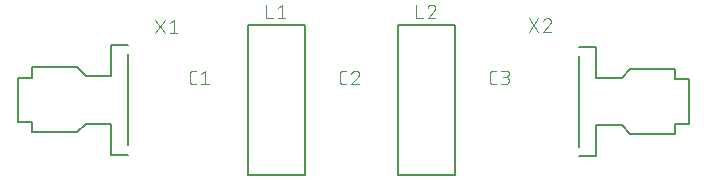
<source format=gbr>
G04 EAGLE Gerber RS-274X export*
G75*
%MOMM*%
%FSLAX34Y34*%
%LPD*%
%INSilkscreen Top*%
%IPPOS*%
%AMOC8*
5,1,8,0,0,1.08239X$1,22.5*%
G01*
%ADD10C,0.203200*%
%ADD11C,0.101600*%
%ADD12C,0.127000*%


D10*
X-15500Y43670D02*
X-15500Y70170D01*
X-37000Y70170D01*
X-44500Y62670D01*
X-82500Y62670D01*
X-82500Y71170D01*
X-94250Y71170D01*
X-94250Y109170D01*
X-82500Y109170D01*
X-82500Y117670D01*
X-44500Y117670D01*
X-37000Y110170D01*
X-15500Y110170D01*
X-15500Y136670D01*
X-1000Y128670D02*
X-1000Y51670D01*
X-1000Y136670D02*
X-15500Y136670D01*
X-15500Y43670D02*
X-1000Y43670D01*
D11*
X22098Y146558D02*
X29887Y158242D01*
X22098Y158242D02*
X29887Y146558D01*
X34177Y155646D02*
X37423Y158242D01*
X37423Y146558D01*
X40668Y146558D02*
X34177Y146558D01*
D10*
X395230Y135400D02*
X395230Y108900D01*
X416730Y108900D01*
X424230Y116400D01*
X462230Y116400D01*
X462230Y107900D01*
X473980Y107900D01*
X473980Y69900D01*
X462230Y69900D01*
X462230Y61400D01*
X424230Y61400D01*
X416730Y68900D01*
X395230Y68900D01*
X395230Y42400D01*
X380730Y50400D02*
X380730Y127400D01*
X380730Y42400D02*
X395230Y42400D01*
X395230Y135400D02*
X380730Y135400D01*
D11*
X346117Y159512D02*
X338328Y147828D01*
X346117Y147828D02*
X338328Y159512D01*
X353977Y159512D02*
X354084Y159510D01*
X354190Y159504D01*
X354296Y159494D01*
X354402Y159481D01*
X354508Y159463D01*
X354612Y159442D01*
X354716Y159417D01*
X354819Y159388D01*
X354920Y159356D01*
X355020Y159319D01*
X355119Y159279D01*
X355217Y159236D01*
X355313Y159189D01*
X355407Y159138D01*
X355499Y159084D01*
X355589Y159027D01*
X355677Y158967D01*
X355762Y158903D01*
X355845Y158836D01*
X355926Y158766D01*
X356004Y158694D01*
X356080Y158618D01*
X356152Y158540D01*
X356222Y158459D01*
X356289Y158376D01*
X356353Y158291D01*
X356413Y158203D01*
X356470Y158113D01*
X356524Y158021D01*
X356575Y157927D01*
X356622Y157831D01*
X356665Y157733D01*
X356705Y157634D01*
X356742Y157534D01*
X356774Y157433D01*
X356803Y157330D01*
X356828Y157226D01*
X356849Y157122D01*
X356867Y157016D01*
X356880Y156910D01*
X356890Y156804D01*
X356896Y156698D01*
X356898Y156591D01*
X353977Y159512D02*
X353856Y159510D01*
X353735Y159504D01*
X353615Y159494D01*
X353494Y159481D01*
X353375Y159463D01*
X353255Y159442D01*
X353137Y159417D01*
X353020Y159388D01*
X352903Y159355D01*
X352788Y159319D01*
X352674Y159278D01*
X352561Y159235D01*
X352449Y159187D01*
X352340Y159136D01*
X352232Y159081D01*
X352125Y159023D01*
X352021Y158962D01*
X351919Y158897D01*
X351819Y158829D01*
X351721Y158758D01*
X351625Y158684D01*
X351532Y158607D01*
X351442Y158526D01*
X351354Y158443D01*
X351269Y158357D01*
X351186Y158268D01*
X351107Y158177D01*
X351030Y158083D01*
X350957Y157987D01*
X350887Y157889D01*
X350820Y157788D01*
X350756Y157685D01*
X350696Y157580D01*
X350639Y157473D01*
X350585Y157365D01*
X350535Y157255D01*
X350489Y157143D01*
X350446Y157030D01*
X350407Y156915D01*
X355925Y154319D02*
X356004Y154396D01*
X356080Y154477D01*
X356153Y154560D01*
X356223Y154645D01*
X356290Y154733D01*
X356354Y154823D01*
X356414Y154915D01*
X356471Y155010D01*
X356525Y155106D01*
X356576Y155204D01*
X356623Y155304D01*
X356667Y155406D01*
X356707Y155509D01*
X356743Y155613D01*
X356775Y155719D01*
X356804Y155825D01*
X356829Y155933D01*
X356851Y156041D01*
X356868Y156151D01*
X356882Y156260D01*
X356891Y156370D01*
X356897Y156481D01*
X356899Y156591D01*
X355925Y154319D02*
X350407Y147828D01*
X356898Y147828D01*
D12*
X100330Y153670D02*
X100330Y26670D01*
X148630Y26670D01*
X148630Y153670D01*
X100330Y153670D01*
D11*
X116078Y159258D02*
X116078Y170942D01*
X116078Y159258D02*
X121271Y159258D01*
X125580Y168346D02*
X128826Y170942D01*
X128826Y159258D01*
X125580Y159258D02*
X132072Y159258D01*
X56501Y103378D02*
X53904Y103378D01*
X53805Y103380D01*
X53705Y103386D01*
X53606Y103395D01*
X53508Y103408D01*
X53410Y103425D01*
X53312Y103446D01*
X53216Y103471D01*
X53121Y103499D01*
X53027Y103531D01*
X52934Y103566D01*
X52842Y103605D01*
X52752Y103648D01*
X52664Y103693D01*
X52577Y103743D01*
X52493Y103795D01*
X52410Y103851D01*
X52330Y103909D01*
X52252Y103971D01*
X52177Y104036D01*
X52104Y104104D01*
X52034Y104174D01*
X51966Y104247D01*
X51901Y104322D01*
X51839Y104400D01*
X51781Y104480D01*
X51725Y104563D01*
X51673Y104647D01*
X51623Y104734D01*
X51578Y104822D01*
X51535Y104912D01*
X51496Y105004D01*
X51461Y105097D01*
X51429Y105191D01*
X51401Y105286D01*
X51376Y105382D01*
X51355Y105480D01*
X51338Y105578D01*
X51325Y105676D01*
X51316Y105775D01*
X51310Y105875D01*
X51308Y105974D01*
X51308Y112466D01*
X51310Y112565D01*
X51316Y112665D01*
X51325Y112764D01*
X51338Y112862D01*
X51355Y112960D01*
X51376Y113058D01*
X51401Y113154D01*
X51429Y113249D01*
X51461Y113343D01*
X51496Y113436D01*
X51535Y113528D01*
X51578Y113618D01*
X51623Y113706D01*
X51673Y113793D01*
X51725Y113877D01*
X51781Y113960D01*
X51839Y114040D01*
X51901Y114118D01*
X51966Y114193D01*
X52034Y114266D01*
X52104Y114336D01*
X52177Y114404D01*
X52252Y114469D01*
X52330Y114531D01*
X52410Y114589D01*
X52493Y114645D01*
X52577Y114697D01*
X52664Y114747D01*
X52752Y114792D01*
X52842Y114835D01*
X52934Y114874D01*
X53026Y114909D01*
X53121Y114941D01*
X53216Y114969D01*
X53312Y114994D01*
X53410Y115015D01*
X53508Y115032D01*
X53606Y115045D01*
X53705Y115054D01*
X53805Y115060D01*
X53904Y115062D01*
X56501Y115062D01*
X60866Y112466D02*
X64112Y115062D01*
X64112Y103378D01*
X67357Y103378D02*
X60866Y103378D01*
X180904Y103378D02*
X183501Y103378D01*
X180904Y103378D02*
X180805Y103380D01*
X180705Y103386D01*
X180606Y103395D01*
X180508Y103408D01*
X180410Y103425D01*
X180312Y103446D01*
X180216Y103471D01*
X180121Y103499D01*
X180027Y103531D01*
X179934Y103566D01*
X179842Y103605D01*
X179752Y103648D01*
X179664Y103693D01*
X179577Y103743D01*
X179493Y103795D01*
X179410Y103851D01*
X179330Y103909D01*
X179252Y103971D01*
X179177Y104036D01*
X179104Y104104D01*
X179034Y104174D01*
X178966Y104247D01*
X178901Y104322D01*
X178839Y104400D01*
X178781Y104480D01*
X178725Y104563D01*
X178673Y104647D01*
X178623Y104734D01*
X178578Y104822D01*
X178535Y104912D01*
X178496Y105004D01*
X178461Y105097D01*
X178429Y105191D01*
X178401Y105286D01*
X178376Y105382D01*
X178355Y105480D01*
X178338Y105578D01*
X178325Y105676D01*
X178316Y105775D01*
X178310Y105875D01*
X178308Y105974D01*
X178308Y112466D01*
X178310Y112565D01*
X178316Y112665D01*
X178325Y112764D01*
X178338Y112862D01*
X178355Y112960D01*
X178376Y113058D01*
X178401Y113154D01*
X178429Y113249D01*
X178461Y113343D01*
X178496Y113436D01*
X178535Y113528D01*
X178578Y113618D01*
X178623Y113706D01*
X178673Y113793D01*
X178725Y113877D01*
X178781Y113960D01*
X178839Y114040D01*
X178901Y114118D01*
X178966Y114193D01*
X179034Y114266D01*
X179104Y114336D01*
X179177Y114404D01*
X179252Y114469D01*
X179330Y114531D01*
X179410Y114589D01*
X179493Y114645D01*
X179577Y114697D01*
X179664Y114747D01*
X179752Y114792D01*
X179842Y114835D01*
X179934Y114874D01*
X180026Y114909D01*
X180121Y114941D01*
X180216Y114969D01*
X180312Y114994D01*
X180410Y115015D01*
X180508Y115032D01*
X180606Y115045D01*
X180705Y115054D01*
X180805Y115060D01*
X180904Y115062D01*
X183501Y115062D01*
X191436Y115062D02*
X191543Y115060D01*
X191649Y115054D01*
X191755Y115044D01*
X191861Y115031D01*
X191967Y115013D01*
X192071Y114992D01*
X192175Y114967D01*
X192278Y114938D01*
X192379Y114906D01*
X192479Y114869D01*
X192578Y114829D01*
X192676Y114786D01*
X192772Y114739D01*
X192866Y114688D01*
X192958Y114634D01*
X193048Y114577D01*
X193136Y114517D01*
X193221Y114453D01*
X193304Y114386D01*
X193385Y114316D01*
X193463Y114244D01*
X193539Y114168D01*
X193611Y114090D01*
X193681Y114009D01*
X193748Y113926D01*
X193812Y113841D01*
X193872Y113753D01*
X193929Y113663D01*
X193983Y113571D01*
X194034Y113477D01*
X194081Y113381D01*
X194124Y113283D01*
X194164Y113184D01*
X194201Y113084D01*
X194233Y112983D01*
X194262Y112880D01*
X194287Y112776D01*
X194308Y112672D01*
X194326Y112566D01*
X194339Y112460D01*
X194349Y112354D01*
X194355Y112248D01*
X194357Y112141D01*
X191436Y115062D02*
X191315Y115060D01*
X191194Y115054D01*
X191074Y115044D01*
X190953Y115031D01*
X190834Y115013D01*
X190714Y114992D01*
X190596Y114967D01*
X190479Y114938D01*
X190362Y114905D01*
X190247Y114869D01*
X190133Y114828D01*
X190020Y114785D01*
X189908Y114737D01*
X189799Y114686D01*
X189691Y114631D01*
X189584Y114573D01*
X189480Y114512D01*
X189378Y114447D01*
X189278Y114379D01*
X189180Y114308D01*
X189084Y114234D01*
X188991Y114157D01*
X188901Y114076D01*
X188813Y113993D01*
X188728Y113907D01*
X188645Y113818D01*
X188566Y113727D01*
X188489Y113633D01*
X188416Y113537D01*
X188346Y113439D01*
X188279Y113338D01*
X188215Y113235D01*
X188155Y113130D01*
X188098Y113023D01*
X188044Y112915D01*
X187994Y112805D01*
X187948Y112693D01*
X187905Y112580D01*
X187866Y112465D01*
X193384Y109869D02*
X193463Y109946D01*
X193539Y110027D01*
X193612Y110110D01*
X193682Y110195D01*
X193749Y110283D01*
X193813Y110373D01*
X193873Y110465D01*
X193930Y110560D01*
X193984Y110656D01*
X194035Y110754D01*
X194082Y110854D01*
X194126Y110956D01*
X194166Y111059D01*
X194202Y111163D01*
X194234Y111269D01*
X194263Y111375D01*
X194288Y111483D01*
X194310Y111591D01*
X194327Y111701D01*
X194341Y111810D01*
X194350Y111920D01*
X194356Y112031D01*
X194358Y112141D01*
X193384Y109869D02*
X187866Y103378D01*
X194357Y103378D01*
D12*
X227330Y153670D02*
X227330Y26670D01*
X275630Y26670D01*
X275630Y153670D01*
X227330Y153670D01*
D11*
X243078Y159258D02*
X243078Y170942D01*
X243078Y159258D02*
X248271Y159258D01*
X259072Y168021D02*
X259070Y168128D01*
X259064Y168234D01*
X259054Y168340D01*
X259041Y168446D01*
X259023Y168552D01*
X259002Y168656D01*
X258977Y168760D01*
X258948Y168863D01*
X258916Y168964D01*
X258879Y169064D01*
X258839Y169163D01*
X258796Y169261D01*
X258749Y169357D01*
X258698Y169451D01*
X258644Y169543D01*
X258587Y169633D01*
X258527Y169721D01*
X258463Y169806D01*
X258396Y169889D01*
X258326Y169970D01*
X258254Y170048D01*
X258178Y170124D01*
X258100Y170196D01*
X258019Y170266D01*
X257936Y170333D01*
X257851Y170397D01*
X257763Y170457D01*
X257673Y170514D01*
X257581Y170568D01*
X257487Y170619D01*
X257391Y170666D01*
X257293Y170709D01*
X257194Y170749D01*
X257094Y170786D01*
X256993Y170818D01*
X256890Y170847D01*
X256786Y170872D01*
X256682Y170893D01*
X256576Y170911D01*
X256470Y170924D01*
X256364Y170934D01*
X256258Y170940D01*
X256151Y170942D01*
X256030Y170940D01*
X255909Y170934D01*
X255789Y170924D01*
X255668Y170911D01*
X255549Y170893D01*
X255429Y170872D01*
X255311Y170847D01*
X255194Y170818D01*
X255077Y170785D01*
X254962Y170749D01*
X254848Y170708D01*
X254735Y170665D01*
X254623Y170617D01*
X254514Y170566D01*
X254406Y170511D01*
X254299Y170453D01*
X254195Y170392D01*
X254093Y170327D01*
X253993Y170259D01*
X253895Y170188D01*
X253799Y170114D01*
X253706Y170037D01*
X253616Y169956D01*
X253528Y169873D01*
X253443Y169787D01*
X253360Y169698D01*
X253281Y169607D01*
X253204Y169513D01*
X253131Y169417D01*
X253061Y169319D01*
X252994Y169218D01*
X252930Y169115D01*
X252870Y169010D01*
X252813Y168903D01*
X252759Y168795D01*
X252709Y168685D01*
X252663Y168573D01*
X252620Y168460D01*
X252581Y168345D01*
X258098Y165749D02*
X258177Y165826D01*
X258253Y165907D01*
X258326Y165990D01*
X258396Y166075D01*
X258463Y166163D01*
X258527Y166253D01*
X258587Y166345D01*
X258644Y166440D01*
X258698Y166536D01*
X258749Y166634D01*
X258796Y166734D01*
X258840Y166836D01*
X258880Y166939D01*
X258916Y167043D01*
X258948Y167149D01*
X258977Y167255D01*
X259002Y167363D01*
X259024Y167471D01*
X259041Y167581D01*
X259055Y167690D01*
X259064Y167800D01*
X259070Y167911D01*
X259072Y168021D01*
X258098Y165749D02*
X252580Y159258D01*
X259072Y159258D01*
X307904Y103378D02*
X310501Y103378D01*
X307904Y103378D02*
X307805Y103380D01*
X307705Y103386D01*
X307606Y103395D01*
X307508Y103408D01*
X307410Y103425D01*
X307312Y103446D01*
X307216Y103471D01*
X307121Y103499D01*
X307027Y103531D01*
X306934Y103566D01*
X306842Y103605D01*
X306752Y103648D01*
X306664Y103693D01*
X306577Y103743D01*
X306493Y103795D01*
X306410Y103851D01*
X306330Y103909D01*
X306252Y103971D01*
X306177Y104036D01*
X306104Y104104D01*
X306034Y104174D01*
X305966Y104247D01*
X305901Y104322D01*
X305839Y104400D01*
X305781Y104480D01*
X305725Y104563D01*
X305673Y104647D01*
X305623Y104734D01*
X305578Y104822D01*
X305535Y104912D01*
X305496Y105004D01*
X305461Y105097D01*
X305429Y105191D01*
X305401Y105286D01*
X305376Y105382D01*
X305355Y105480D01*
X305338Y105578D01*
X305325Y105676D01*
X305316Y105775D01*
X305310Y105875D01*
X305308Y105974D01*
X305308Y112466D01*
X305310Y112565D01*
X305316Y112665D01*
X305325Y112764D01*
X305338Y112862D01*
X305355Y112960D01*
X305376Y113058D01*
X305401Y113154D01*
X305429Y113249D01*
X305461Y113343D01*
X305496Y113436D01*
X305535Y113528D01*
X305578Y113618D01*
X305623Y113706D01*
X305673Y113793D01*
X305725Y113877D01*
X305781Y113960D01*
X305839Y114040D01*
X305901Y114118D01*
X305966Y114193D01*
X306034Y114266D01*
X306104Y114336D01*
X306177Y114404D01*
X306252Y114469D01*
X306330Y114531D01*
X306410Y114589D01*
X306493Y114645D01*
X306577Y114697D01*
X306664Y114747D01*
X306752Y114792D01*
X306842Y114835D01*
X306934Y114874D01*
X307026Y114909D01*
X307121Y114941D01*
X307216Y114969D01*
X307312Y114994D01*
X307410Y115015D01*
X307508Y115032D01*
X307606Y115045D01*
X307705Y115054D01*
X307805Y115060D01*
X307904Y115062D01*
X310501Y115062D01*
X314866Y103378D02*
X318112Y103378D01*
X318225Y103380D01*
X318338Y103386D01*
X318451Y103396D01*
X318564Y103410D01*
X318676Y103427D01*
X318787Y103449D01*
X318897Y103474D01*
X319007Y103504D01*
X319115Y103537D01*
X319222Y103574D01*
X319328Y103614D01*
X319432Y103659D01*
X319535Y103707D01*
X319636Y103758D01*
X319735Y103813D01*
X319832Y103871D01*
X319927Y103933D01*
X320020Y103998D01*
X320110Y104066D01*
X320198Y104137D01*
X320284Y104212D01*
X320367Y104289D01*
X320447Y104369D01*
X320524Y104452D01*
X320599Y104538D01*
X320670Y104626D01*
X320738Y104716D01*
X320803Y104809D01*
X320865Y104904D01*
X320923Y105001D01*
X320978Y105100D01*
X321029Y105201D01*
X321077Y105304D01*
X321122Y105408D01*
X321162Y105514D01*
X321199Y105621D01*
X321232Y105729D01*
X321262Y105839D01*
X321287Y105949D01*
X321309Y106060D01*
X321326Y106172D01*
X321340Y106285D01*
X321350Y106398D01*
X321356Y106511D01*
X321358Y106624D01*
X321356Y106737D01*
X321350Y106850D01*
X321340Y106963D01*
X321326Y107076D01*
X321309Y107188D01*
X321287Y107299D01*
X321262Y107409D01*
X321232Y107519D01*
X321199Y107627D01*
X321162Y107734D01*
X321122Y107840D01*
X321077Y107944D01*
X321029Y108047D01*
X320978Y108148D01*
X320923Y108247D01*
X320865Y108344D01*
X320803Y108439D01*
X320738Y108532D01*
X320670Y108622D01*
X320599Y108710D01*
X320524Y108796D01*
X320447Y108879D01*
X320367Y108959D01*
X320284Y109036D01*
X320198Y109111D01*
X320110Y109182D01*
X320020Y109250D01*
X319927Y109315D01*
X319832Y109377D01*
X319735Y109435D01*
X319636Y109490D01*
X319535Y109541D01*
X319432Y109589D01*
X319328Y109634D01*
X319222Y109674D01*
X319115Y109711D01*
X319007Y109744D01*
X318897Y109774D01*
X318787Y109799D01*
X318676Y109821D01*
X318564Y109838D01*
X318451Y109852D01*
X318338Y109862D01*
X318225Y109868D01*
X318112Y109870D01*
X318761Y115062D02*
X314866Y115062D01*
X318761Y115062D02*
X318862Y115060D01*
X318962Y115054D01*
X319062Y115044D01*
X319162Y115031D01*
X319261Y115013D01*
X319360Y114992D01*
X319457Y114967D01*
X319554Y114938D01*
X319649Y114905D01*
X319743Y114869D01*
X319835Y114829D01*
X319926Y114786D01*
X320015Y114739D01*
X320102Y114689D01*
X320188Y114635D01*
X320271Y114578D01*
X320351Y114518D01*
X320430Y114455D01*
X320506Y114388D01*
X320579Y114319D01*
X320649Y114247D01*
X320717Y114173D01*
X320782Y114096D01*
X320843Y114016D01*
X320902Y113934D01*
X320957Y113850D01*
X321009Y113764D01*
X321058Y113676D01*
X321103Y113586D01*
X321145Y113494D01*
X321183Y113401D01*
X321217Y113306D01*
X321248Y113211D01*
X321275Y113114D01*
X321298Y113016D01*
X321318Y112917D01*
X321333Y112817D01*
X321345Y112717D01*
X321353Y112617D01*
X321357Y112516D01*
X321357Y112416D01*
X321353Y112315D01*
X321345Y112215D01*
X321333Y112115D01*
X321318Y112015D01*
X321298Y111916D01*
X321275Y111818D01*
X321248Y111721D01*
X321217Y111626D01*
X321183Y111531D01*
X321145Y111438D01*
X321103Y111346D01*
X321058Y111256D01*
X321009Y111168D01*
X320957Y111082D01*
X320902Y110998D01*
X320843Y110916D01*
X320782Y110836D01*
X320717Y110759D01*
X320649Y110685D01*
X320579Y110613D01*
X320506Y110544D01*
X320430Y110477D01*
X320351Y110414D01*
X320271Y110354D01*
X320188Y110297D01*
X320102Y110243D01*
X320015Y110193D01*
X319926Y110146D01*
X319835Y110103D01*
X319743Y110063D01*
X319649Y110027D01*
X319554Y109994D01*
X319457Y109965D01*
X319360Y109940D01*
X319261Y109919D01*
X319162Y109901D01*
X319062Y109888D01*
X318962Y109878D01*
X318862Y109872D01*
X318761Y109870D01*
X318761Y109869D02*
X316164Y109869D01*
M02*

</source>
